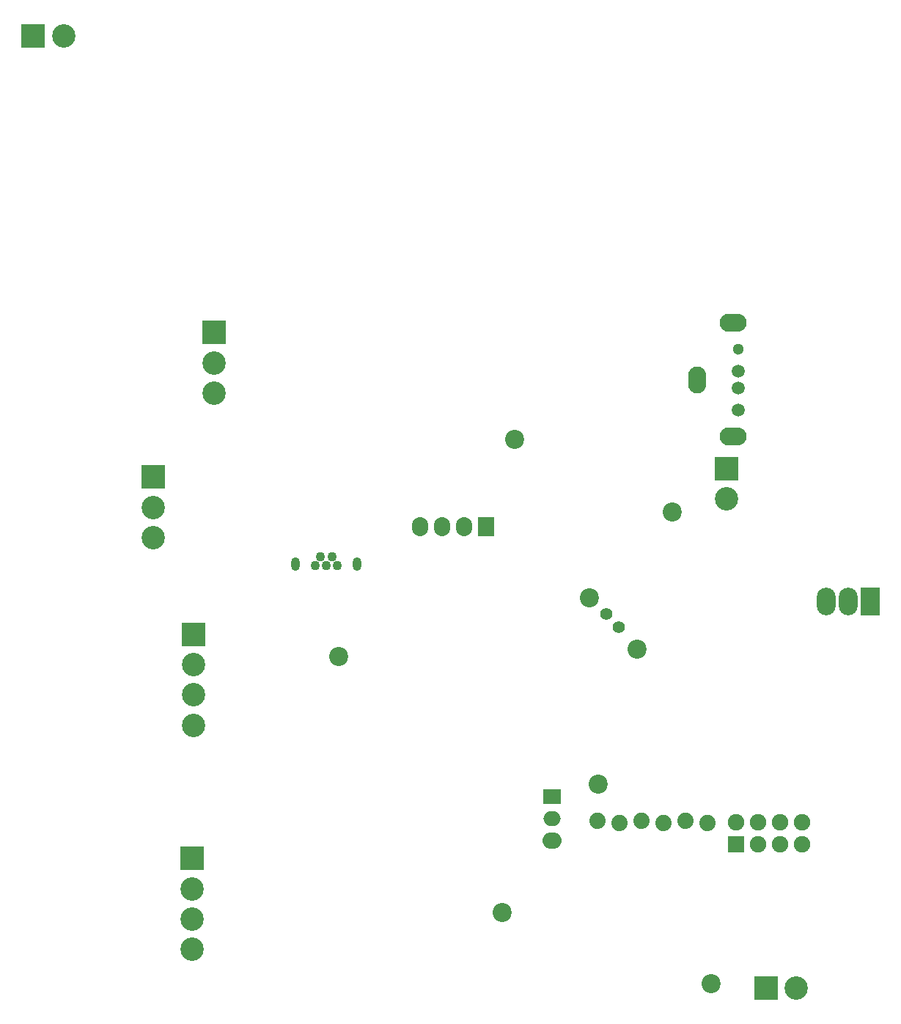
<source format=gbs>
G04 DipTrace 3.3.1.3*
G04 Topsidev0.2b.gbs*
%MOMM*%
G04 #@! TF.FileFunction,Soldermask,Bot*
G04 #@! TF.Part,Single*
%ADD51C,1.3*%
%ADD59O,2.0X1.7*%
%ADD60R,2.0X1.7*%
%ADD63C,1.8796*%
%ADD101C,1.4*%
%ADD109O,2.2X3.2*%
%ADD111R,2.2X3.2*%
%ADD123C,1.9*%
%ADD124C,1.5*%
%ADD125R,1.9X1.9*%
%ADD136O,2.2X1.9*%
%ADD138O,1.0X1.55*%
%ADD140C,1.1*%
%ADD142O,2.1X3.1*%
%ADD144O,3.1X2.1*%
%ADD146R,2.7X2.7*%
%ADD148C,2.7*%
%ADD150R,1.9X2.2*%
%ADD152O,1.9X2.2*%
%ADD156C,2.2*%
%FSLAX35Y35*%
G04*
G71*
G90*
G75*
G01*
G04 BotMask*
%LPD*%
D156*
X-984250Y2079623D3*
X1428750Y1254127D3*
X984250Y6699250D3*
X-2873377Y5032373D3*
X-841377Y7540623D3*
D152*
X-1932377Y6528997D3*
X-1678377D3*
X-1424377D3*
D150*
X-1170377D3*
D148*
X2413000Y1206500D3*
D146*
X2063000D3*
D124*
X1746250Y8128000D3*
Y8328000D3*
Y7878000D3*
D51*
Y8578000D3*
D144*
X1686250Y7571000D3*
D142*
X1268250Y8228000D3*
D144*
X1686250Y8885000D3*
D148*
X-4548500Y4237497D3*
Y4587497D3*
Y4937497D3*
D146*
Y5287497D3*
D148*
X-4564373Y1651370D3*
Y2001370D3*
Y2351370D3*
D146*
Y2701370D3*
D148*
X-4310063Y8072437D3*
Y8422437D3*
D146*
Y8772437D3*
D140*
X-3143250Y6080127D3*
D138*
X-2655750Y6102127D3*
D140*
X-2948250Y6180127D3*
X-3013250Y6080127D3*
X-2883250D3*
X-3078250Y6180127D3*
D138*
X-3370250Y6102127D3*
D136*
X-408377Y2909500D3*
D59*
Y3163500D3*
D60*
Y3417500D3*
D63*
X1390000Y3109373D3*
X1136000Y3134773D3*
X882000Y3109373D3*
X628000Y3134773D3*
X374000Y3109373D3*
X120000Y3134773D3*
D148*
X-5012130Y6401997D3*
Y6751997D3*
D146*
Y7101997D3*
D148*
X1607117Y6851283D3*
D146*
Y7201283D3*
D125*
X1718873Y2861873D3*
D123*
Y3115873D3*
X1972873Y2861873D3*
Y3115873D3*
X2226873Y2861873D3*
Y3115873D3*
X2480873Y2861873D3*
Y3115873D3*
D156*
X131377Y3560370D3*
X575873Y5116120D3*
X30000Y5709373D3*
D111*
X3270250Y5667377D3*
D109*
X3016250D3*
X2762250D3*
D101*
X220000Y5519370D3*
X368493Y5370877D3*
D148*
X-6048377Y12192000D3*
D146*
X-6398377D3*
M02*

</source>
